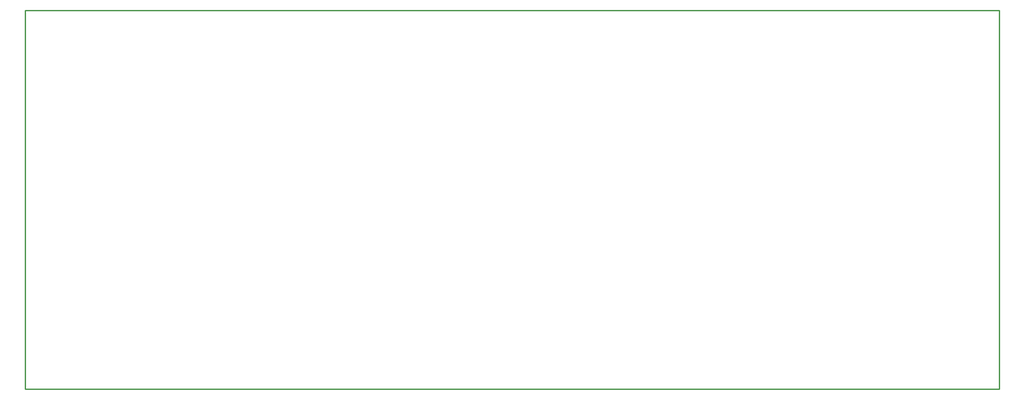
<source format=gko>
G04 Layer_Color=16711935*
%FSLAX24Y24*%
%MOIN*%
G70*
G01*
G75*
%ADD68C,0.0100*%
D68*
X10039Y46654D02*
X84843D01*
X10039Y17520D02*
Y46654D01*
X84843Y17520D02*
Y46654D01*
X10039Y17520D02*
X84843D01*
M02*

</source>
